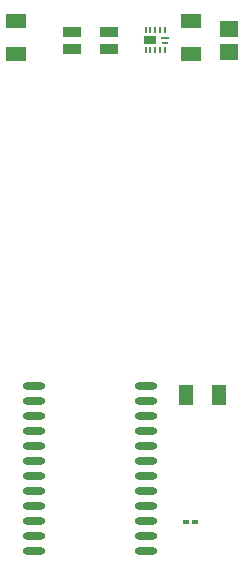
<source format=gtp>
G04 Layer_Color=7318015*
%FSLAX24Y24*%
%MOIN*%
G70*
G01*
G75*
%ADD10R,0.0217X0.0177*%
%ADD11O,0.0748X0.0236*%
%ADD12R,0.0610X0.0532*%
%ADD13R,0.0591X0.0354*%
%ADD14R,0.0417X0.0276*%
%ADD15R,0.0098X0.0248*%
%ADD16R,0.0248X0.0098*%
%ADD17R,0.0287X0.0098*%
%ADD18R,0.0512X0.0709*%
%ADD19R,0.0709X0.0512*%
D10*
X33612Y28543D02*
D03*
X33907D02*
D03*
D11*
X32283Y27565D02*
D03*
Y28065D02*
D03*
Y28565D02*
D03*
Y29065D02*
D03*
Y29565D02*
D03*
Y30065D02*
D03*
Y30565D02*
D03*
Y31065D02*
D03*
Y31565D02*
D03*
Y32065D02*
D03*
Y32565D02*
D03*
Y33065D02*
D03*
X28543Y27565D02*
D03*
Y28065D02*
D03*
Y28565D02*
D03*
Y29065D02*
D03*
Y29565D02*
D03*
Y30065D02*
D03*
Y30565D02*
D03*
Y31065D02*
D03*
Y31565D02*
D03*
Y32065D02*
D03*
Y32565D02*
D03*
Y33065D02*
D03*
D12*
X35039Y44203D02*
D03*
Y44970D02*
D03*
D13*
X29803Y44865D02*
D03*
Y44308D02*
D03*
X31024Y44865D02*
D03*
Y44307D02*
D03*
D14*
X32402Y44587D02*
D03*
D15*
X32894Y44915D02*
D03*
X32736D02*
D03*
X32579D02*
D03*
X32421D02*
D03*
X32264D02*
D03*
Y44258D02*
D03*
X32421D02*
D03*
X32579D02*
D03*
X32736D02*
D03*
X32894D02*
D03*
D16*
X32907Y44508D02*
D03*
D17*
X32888Y44665D02*
D03*
D18*
X34705Y32776D02*
D03*
X33602D02*
D03*
D19*
X33760Y44134D02*
D03*
Y45236D02*
D03*
X27953D02*
D03*
Y44134D02*
D03*
M02*

</source>
